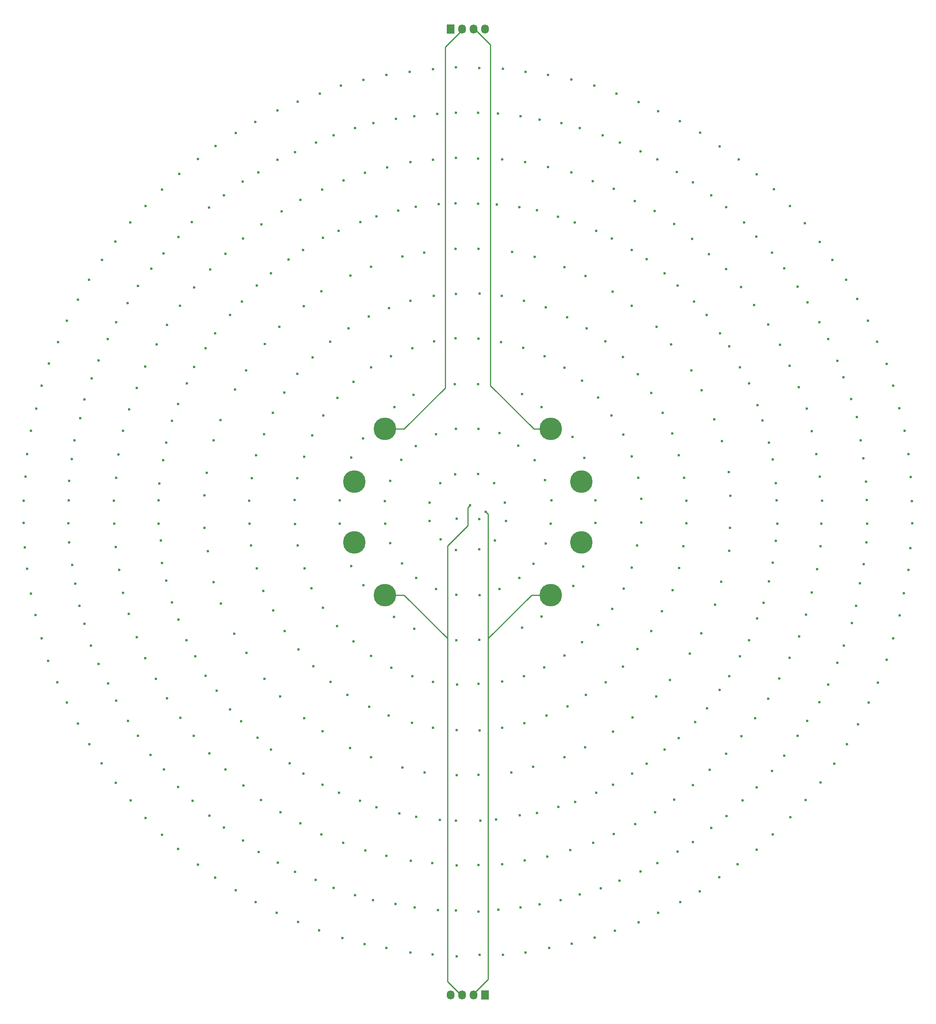
<source format=gbr>
G04 #@! TF.FileFunction,Copper,L4,Bot,Signal*
%FSLAX46Y46*%
G04 Gerber Fmt 4.6, Leading zero omitted, Abs format (unit mm)*
G04 Created by KiCad (PCBNEW 4.0.4-1.fc24-product) date Wed Jul  5 07:31:47 2017*
%MOMM*%
%LPD*%
G01*
G04 APERTURE LIST*
%ADD10C,0.100000*%
%ADD11C,5.000000*%
%ADD12R,1.727200X2.032000*%
%ADD13O,1.727200X2.032000*%
%ADD14C,0.600000*%
%ADD15C,0.250000*%
G04 APERTURE END LIST*
D10*
D11*
X318384776Y-181615224D03*
X325114071Y-193270705D03*
X325114071Y-206729295D03*
X318384776Y-218384776D03*
X281615224Y-218384776D03*
X274885929Y-206729295D03*
X274885929Y-193270705D03*
X281615224Y-181615224D03*
D12*
X296190000Y-93000000D03*
D13*
X298730000Y-93000000D03*
X301270000Y-93000000D03*
X303810000Y-93000000D03*
D12*
X303810000Y-307000000D03*
D13*
X301270000Y-307000000D03*
X298730000Y-307000000D03*
X296190000Y-307000000D03*
D14*
X221996000Y-207772000D03*
X232664000Y-257048000D03*
X223647000Y-217932000D03*
X369189000Y-162941000D03*
X242697000Y-132588000D03*
X363982000Y-274828000D03*
X371475000Y-267589000D03*
X348400000Y-197475000D03*
X346725000Y-187425000D03*
X290300000Y-142550000D03*
X278550000Y-145675000D03*
X267600000Y-151150000D03*
X258225000Y-159025000D03*
X250850000Y-168650000D03*
X254825000Y-182775000D03*
X245250000Y-179650000D03*
X242125000Y-191325000D03*
X252175000Y-192500000D03*
X241625000Y-203525000D03*
X251625000Y-202575000D03*
X253250000Y-212500000D03*
X243700000Y-215575000D03*
X256875000Y-221850000D03*
X248275000Y-226975000D03*
X262475000Y-230450000D03*
X254975000Y-236975000D03*
X263750000Y-245650000D03*
X269625000Y-237600000D03*
X273875000Y-252250000D03*
X278175000Y-243125000D03*
X287625000Y-246700000D03*
X285500000Y-256600000D03*
X297500000Y-258325000D03*
X297500000Y-248325000D03*
X307625000Y-247775000D03*
X309625000Y-257675000D03*
X321375000Y-254300000D03*
X317450000Y-245100000D03*
X332150000Y-248675000D03*
X326175000Y-240500000D03*
X341700000Y-240850000D03*
X334350000Y-234250000D03*
X340650000Y-226375000D03*
X345400000Y-217325000D03*
X347750000Y-207550000D03*
X349200000Y-231350000D03*
X316950000Y-234425000D03*
X307625000Y-237550000D03*
X297625000Y-238275000D03*
X287725000Y-236375000D03*
X278550000Y-231900000D03*
X271075000Y-225300000D03*
X265375000Y-216925000D03*
X274150000Y-212000000D03*
X283650000Y-223250000D03*
X297450000Y-228375000D03*
X312025000Y-225650000D03*
X325325000Y-228875000D03*
X323325000Y-216425000D03*
X331975000Y-221450000D03*
X336350000Y-212300000D03*
X338400000Y-202350000D03*
X328300000Y-202450000D03*
X262350000Y-207425000D03*
X271625000Y-197425000D03*
X261675000Y-197375000D03*
X276775000Y-183725000D03*
X287950000Y-174075000D03*
X325825000Y-188025000D03*
X337750000Y-192450000D03*
X343150000Y-178025000D03*
X337675000Y-169475000D03*
X330475000Y-162175000D03*
X322025000Y-156850000D03*
X312475000Y-153225000D03*
X292425000Y-152150000D03*
X282575000Y-154800000D03*
X273600000Y-159325000D03*
X265600000Y-165750000D03*
X259350000Y-173575000D03*
X263750000Y-187750000D03*
X267950000Y-178650000D03*
X274650000Y-171150000D03*
X282975000Y-165525000D03*
X292525000Y-162225000D03*
X334450000Y-182900000D03*
X328900000Y-174675000D03*
X321375000Y-168075000D03*
X312250000Y-163675000D03*
X316325000Y-176750000D03*
X311150000Y-185350000D03*
X317125000Y-192950000D03*
X318400000Y-202575000D03*
X314550000Y-211450000D03*
X307000000Y-217100000D03*
X297450000Y-218325000D03*
X288575000Y-214625000D03*
X282800000Y-206925000D03*
X281625000Y-197600000D03*
X285275000Y-188475000D03*
X292975000Y-182775000D03*
X308225000Y-197900000D03*
X305975000Y-206350000D03*
X297375000Y-208400000D03*
X291550000Y-202000000D03*
X293900000Y-193600000D03*
X281950000Y-103150000D03*
X293250000Y-111800000D03*
X271900000Y-105600000D03*
X262350000Y-109150000D03*
X292250000Y-122000000D03*
X293600000Y-131800000D03*
X284600000Y-133250000D03*
X284050000Y-112950000D03*
X282150000Y-123650000D03*
X275000000Y-115000000D03*
X266400000Y-118150000D03*
X252950000Y-113600000D03*
X244100000Y-118950000D03*
X276200000Y-135750000D03*
X272450000Y-126550000D03*
X257850000Y-122000000D03*
X267900000Y-139300000D03*
X262950000Y-130850000D03*
X250100000Y-126850000D03*
X236050000Y-125150000D03*
X228600000Y-132250000D03*
X254300000Y-136300000D03*
X246350000Y-142850000D03*
X260250000Y-144050000D03*
X253300000Y-149850000D03*
X239350000Y-150300000D03*
X235900000Y-139050000D03*
X229900000Y-146100000D03*
X221950000Y-140100000D03*
X216100000Y-148600000D03*
X247300000Y-156400000D03*
X241900000Y-163700000D03*
X233400000Y-158600000D03*
X228500000Y-167800000D03*
X224600000Y-153700000D03*
X220200000Y-161700000D03*
X211200000Y-157600000D03*
X207200000Y-167100000D03*
X237800000Y-171500000D03*
X204400000Y-177100000D03*
X216700000Y-170400000D03*
X214100000Y-179200000D03*
X225000000Y-177300000D03*
X234500000Y-179800000D03*
X232500000Y-188500000D03*
X222600000Y-187300000D03*
X212300000Y-188300000D03*
X202400000Y-187200000D03*
X231500000Y-197400000D03*
X232000000Y-206300000D03*
X221600000Y-197500000D03*
X201600000Y-197500000D03*
X211600000Y-197400000D03*
X211700000Y-206700000D03*
X201900000Y-207800000D03*
X213000000Y-215900000D03*
X203200000Y-218100000D03*
X205600000Y-228000000D03*
X215100000Y-224800000D03*
X233200000Y-215200000D03*
X235900000Y-223800000D03*
X226700000Y-227700000D03*
X218200000Y-233700000D03*
X209100000Y-237700000D03*
X213600000Y-246900000D03*
X222100000Y-241800000D03*
X230900000Y-237000000D03*
X239600000Y-232000000D03*
X244400000Y-239600000D03*
X218900000Y-255700000D03*
X225300000Y-263900000D03*
X226900000Y-249600000D03*
X236300000Y-245600000D03*
X242800000Y-253500000D03*
X249800000Y-246400000D03*
X256400000Y-252600000D03*
X239000000Y-264000000D03*
X232300000Y-271500000D03*
X263600000Y-258000000D03*
X250300000Y-260600000D03*
X246000000Y-269900000D03*
X240200000Y-278100000D03*
X248600000Y-283800000D03*
X271500000Y-262200000D03*
X279800000Y-265400000D03*
X288600000Y-267500000D03*
X297400000Y-268400000D03*
X306300000Y-268100000D03*
X315300000Y-266700000D03*
X323800000Y-264200000D03*
X267600000Y-271400000D03*
X258500000Y-266500000D03*
X253700000Y-275300000D03*
X261700000Y-279700000D03*
X257700000Y-288800000D03*
X267100000Y-292700000D03*
X270300000Y-283300000D03*
X277300000Y-275000000D03*
X279000000Y-286000000D03*
X277100000Y-295700000D03*
X287300000Y-297600000D03*
X288200000Y-287600000D03*
X287400000Y-277300000D03*
X297500000Y-278300000D03*
X297400000Y-288300000D03*
X306800000Y-288100000D03*
X315900000Y-286900000D03*
X318000000Y-296600000D03*
X328100000Y-294300000D03*
X307600000Y-278000000D03*
X317600000Y-276300000D03*
X324800000Y-284700000D03*
X337800000Y-290900000D03*
X333600000Y-281700000D03*
X327800000Y-273300000D03*
X337100000Y-269100000D03*
X342000000Y-277800000D03*
X347100000Y-286400000D03*
X355700000Y-280900000D03*
X349900000Y-273100000D03*
X345700000Y-263700000D03*
X332200000Y-260400000D03*
X339600000Y-255800000D03*
X346700000Y-250100000D03*
X357300000Y-267400000D03*
X353600000Y-257100000D03*
X364000000Y-261000000D03*
X370100000Y-254000000D03*
X378100000Y-259900000D03*
X384000000Y-251400000D03*
X388800000Y-242200000D03*
X375200000Y-246300000D03*
X366500000Y-241400000D03*
X360600000Y-249700000D03*
X353000000Y-243500000D03*
X357900000Y-236400000D03*
X371300000Y-232300000D03*
X379800000Y-238200000D03*
X383300000Y-229600000D03*
X392800000Y-232700000D03*
X395700000Y-222900000D03*
X386000000Y-220800000D03*
X374900000Y-222700000D03*
X362300000Y-228400000D03*
X354800000Y-220500000D03*
X357900000Y-208600000D03*
X358200000Y-196400000D03*
X365500000Y-220100000D03*
X367600000Y-211200000D03*
X368600000Y-202600000D03*
X377400000Y-212700000D03*
X378300000Y-202600000D03*
X387700000Y-211600000D03*
X388500000Y-202600000D03*
X397600000Y-212800000D03*
X398500000Y-202500000D03*
X356300000Y-184300000D03*
X351800000Y-173000000D03*
X345000000Y-162900000D03*
X368200000Y-193600000D03*
X366700000Y-184600000D03*
X364200000Y-176300000D03*
X378000000Y-192200000D03*
X376200000Y-182100000D03*
X373300000Y-172400000D03*
X398100000Y-192300000D03*
X388200000Y-193300000D03*
X396800000Y-182000000D03*
X387000000Y-184100000D03*
X394200000Y-172000000D03*
X384900000Y-175000000D03*
X390700000Y-162300000D03*
X360300000Y-168000000D03*
X381900000Y-166500000D03*
X386300000Y-152800000D03*
X377900000Y-158000000D03*
X363400000Y-154200000D03*
X355900000Y-160400000D03*
X350100000Y-153400000D03*
X357200000Y-146200000D03*
X373100000Y-150100000D03*
X380800000Y-144200000D03*
X374700000Y-136000000D03*
X367400000Y-142600000D03*
X361200000Y-135900000D03*
X353900000Y-129900000D03*
X346300000Y-124700000D03*
X367800000Y-128500000D03*
X360000000Y-121900000D03*
X343600000Y-147100000D03*
X336300000Y-154300000D03*
X336300000Y-142000000D03*
X326100000Y-147700000D03*
X314800000Y-143500000D03*
X328400000Y-137700000D03*
X320000000Y-134600000D03*
X311400000Y-132500000D03*
X349700000Y-139500000D03*
X341400000Y-133300000D03*
X332300000Y-128400000D03*
X322900000Y-124800000D03*
X312700000Y-122500000D03*
X351500000Y-116000000D03*
X338300000Y-120100000D03*
X329900000Y-116600000D03*
X320700000Y-113900000D03*
X311700000Y-112300000D03*
X342200000Y-111200000D03*
X332900000Y-107300000D03*
X322900000Y-104200000D03*
X312800000Y-102500000D03*
X302300000Y-191600000D03*
X302400000Y-181600000D03*
X302300000Y-171700000D03*
X302400000Y-161600000D03*
X302594787Y-151599858D03*
X302400000Y-141700000D03*
X302300000Y-131700000D03*
X302300000Y-121700000D03*
X302300000Y-111600000D03*
X302500000Y-101700000D03*
X292300000Y-101900000D03*
X307800000Y-298100000D03*
X296190000Y-307000000D03*
X297500000Y-298400000D03*
X302500000Y-201600000D03*
X236220000Y-154305000D03*
X249936000Y-153416000D03*
X283700000Y-176800000D03*
X325600000Y-212100000D03*
X302600000Y-218400000D03*
X311400000Y-214600000D03*
X317300000Y-207000000D03*
X318500000Y-197400000D03*
X314800000Y-188500000D03*
X307000000Y-182500000D03*
X293000000Y-217100000D03*
X285400000Y-211400000D03*
X281700000Y-202600000D03*
X282800000Y-193100000D03*
X288500000Y-185400000D03*
X294000000Y-206100000D03*
X302500000Y-208300000D03*
X308500000Y-202000000D03*
X305800000Y-193600000D03*
X291500000Y-197900000D03*
X297200000Y-191700000D03*
X297400000Y-181600000D03*
X297100000Y-171700000D03*
X297300000Y-161500000D03*
X287300000Y-122500000D03*
X288100000Y-112300000D03*
X277200000Y-124900000D03*
X279100000Y-113900000D03*
X270300000Y-116600000D03*
X267700000Y-128600000D03*
X261700000Y-120300000D03*
X253600000Y-124800000D03*
X246000000Y-129900000D03*
X288500000Y-132400000D03*
X287300000Y-153200000D03*
X285500000Y-143400000D03*
X274000000Y-147600000D03*
X279800000Y-134500000D03*
X271400000Y-137700000D03*
X263500000Y-142000000D03*
X263700000Y-154400000D03*
X256400000Y-147100000D03*
X258800000Y-133400000D03*
X250200000Y-139400000D03*
X242900000Y-146300000D03*
X238900000Y-135800000D03*
X232600000Y-142700000D03*
X226900000Y-149900000D03*
X244000000Y-160400000D03*
X255000000Y-162800000D03*
X222100000Y-158000000D03*
X218200000Y-166400000D03*
X215100000Y-175100000D03*
X231100000Y-162900000D03*
X226700000Y-172500000D03*
X239400000Y-167900000D03*
X235800000Y-176100000D03*
X248400000Y-172900000D03*
X287700000Y-163700000D03*
X278100000Y-156700000D03*
X269500000Y-162300000D03*
X278600000Y-168000000D03*
X271100000Y-174700000D03*
X262200000Y-169400000D03*
X256800000Y-178000000D03*
X265500000Y-183000000D03*
X253100000Y-187400000D03*
X233200000Y-184600000D03*
X243700000Y-184100000D03*
X251600000Y-197500000D03*
X241700000Y-196300000D03*
X231700000Y-193700000D03*
X223600000Y-182000000D03*
X222100000Y-192400000D03*
X212900000Y-184100000D03*
X211700000Y-193100000D03*
X221700000Y-202600000D03*
X231500000Y-202600000D03*
X242400000Y-208700000D03*
X232300000Y-211300000D03*
X222800000Y-212800000D03*
X211500000Y-202500000D03*
X212400000Y-211700000D03*
X245300000Y-220300000D03*
X251000000Y-231200000D03*
X234500000Y-220000000D03*
X237700000Y-228400000D03*
X241900000Y-236300000D03*
X214000000Y-220800000D03*
X224900000Y-222600000D03*
X216500000Y-229600000D03*
X228500000Y-232400000D03*
X220300000Y-238000000D03*
X233400000Y-241300000D03*
X224700000Y-246300000D03*
X229700000Y-253800000D03*
X239300000Y-249600000D03*
X235800000Y-260900000D03*
X246300000Y-257000000D03*
X242800000Y-267300000D03*
X250200000Y-272800000D03*
X254200000Y-263800000D03*
X262900000Y-269000000D03*
X257900000Y-277700000D03*
X274200000Y-187900000D03*
X262200000Y-192500000D03*
X271600000Y-202600000D03*
X261700000Y-202700000D03*
X252000000Y-207400000D03*
X254700000Y-217500000D03*
X263800000Y-212500000D03*
X276900000Y-216200000D03*
X259400000Y-226400000D03*
X267900000Y-221200000D03*
X247300000Y-243700000D03*
X258400000Y-240900000D03*
X253400000Y-250000000D03*
X260500000Y-255700000D03*
X267800000Y-248600000D03*
X265800000Y-234200000D03*
X288100000Y-225900000D03*
X274700000Y-228700000D03*
X273300000Y-240500000D03*
X282500000Y-245100000D03*
X283100000Y-234500000D03*
X292300000Y-237600000D03*
X292300000Y-247800000D03*
X302600000Y-248400000D03*
X302400000Y-238100000D03*
X302500000Y-228300000D03*
X316300000Y-223200000D03*
X312400000Y-236400000D03*
X312500000Y-246800000D03*
X322100000Y-243100000D03*
X321400000Y-231800000D03*
X330600000Y-237700000D03*
X266300000Y-281500000D03*
X272400000Y-273300000D03*
X278600000Y-254300000D03*
X267800000Y-260400000D03*
X276100000Y-264000000D03*
X290400000Y-257700000D03*
X284800000Y-266800000D03*
X293800000Y-268200000D03*
X302800000Y-268400000D03*
X275000000Y-284900000D03*
X282000000Y-276200000D03*
X284000000Y-286800000D03*
X292100000Y-277800000D03*
X293400000Y-288200000D03*
X302600000Y-298100000D03*
X302400000Y-258200000D03*
X314500000Y-256400000D03*
X311500000Y-267200000D03*
X320100000Y-265300000D03*
X302400000Y-288500000D03*
X302400000Y-278200000D03*
X312600000Y-277200000D03*
X322700000Y-274900000D03*
X332300000Y-271300000D03*
X311700000Y-287600000D03*
X320600000Y-286000000D03*
X329500000Y-283400000D03*
X338300000Y-279600000D03*
X326000000Y-252100000D03*
X328400000Y-262200000D03*
X336400000Y-258000000D03*
X341500000Y-266500000D03*
X346500000Y-275200000D03*
X353900000Y-270000000D03*
X349900000Y-260500000D03*
X336500000Y-245500000D03*
X343600000Y-252600000D03*
X350400000Y-246500000D03*
X360900000Y-263900000D03*
X357200000Y-253600000D03*
X367400000Y-257400000D03*
X373100000Y-249600000D03*
X363700000Y-245700000D03*
X355800000Y-239400000D03*
X344800000Y-237200000D03*
X328900000Y-225000000D03*
X337600000Y-230400000D03*
X343000000Y-222000000D03*
X351700000Y-226900000D03*
X360300000Y-232000000D03*
X364100000Y-223600000D03*
X369000000Y-236900000D03*
X377900000Y-242100000D03*
X381900000Y-233400000D03*
X373400000Y-227600000D03*
X385100000Y-224600000D03*
X376200000Y-217800000D03*
X386900000Y-215800000D03*
X378100000Y-207600000D03*
X388300000Y-206700000D03*
X378500000Y-197500000D03*
X388400000Y-197300000D03*
X386200000Y-179000000D03*
X387600000Y-188100000D03*
X356100000Y-215500000D03*
X366700000Y-215400000D03*
X368200000Y-206400000D03*
X368400000Y-197400000D03*
X358100000Y-203500000D03*
X346800000Y-212400000D03*
X334500000Y-217000000D03*
X337500000Y-207400000D03*
X348400000Y-202500000D03*
X338400000Y-197100000D03*
X328300000Y-197400000D03*
X323200000Y-183400000D03*
X312000000Y-173900000D03*
X336300000Y-187700000D03*
X357800000Y-191200000D03*
X347900000Y-192400000D03*
X377200000Y-187200000D03*
X367600000Y-188400000D03*
X365300000Y-179700000D03*
X375100000Y-177100000D03*
X354600000Y-179500000D03*
X345300000Y-182600000D03*
X331800000Y-178600000D03*
X340600000Y-173600000D03*
X297400000Y-151700000D03*
X297300000Y-141700000D03*
X297300000Y-131600000D03*
X334400000Y-165700000D03*
X325300000Y-170900000D03*
X326300000Y-159300000D03*
X317000000Y-165500000D03*
X317300000Y-154700000D03*
X307400000Y-162400000D03*
X307500000Y-152100000D03*
X362300000Y-171500000D03*
X383200000Y-170200000D03*
X371300000Y-167600000D03*
X379800000Y-161700000D03*
X366500000Y-158500000D03*
X375300000Y-153600000D03*
X357900000Y-163300000D03*
X349500000Y-168600000D03*
X352900000Y-156400000D03*
X341800000Y-159000000D03*
X346500000Y-149800000D03*
X370100000Y-146000000D03*
X360500000Y-150200000D03*
X363900000Y-139000000D03*
X353400000Y-142900000D03*
X357200000Y-132500000D03*
X345700000Y-136200000D03*
X349900000Y-127000000D03*
X337000000Y-131100000D03*
X342000000Y-121900000D03*
X339600000Y-144000000D03*
X332100000Y-151200000D03*
X331900000Y-139400000D03*
X321400000Y-145800000D03*
X323700000Y-135900000D03*
X315300000Y-133200000D03*
X309800000Y-142400000D03*
X306400000Y-131900000D03*
X297400000Y-121600000D03*
X297400000Y-111600000D03*
X297400000Y-101500000D03*
X327700000Y-126700000D03*
X317800000Y-123600000D03*
X307600000Y-121900000D03*
X333700000Y-118200000D03*
X324800000Y-115000000D03*
X315900000Y-113100000D03*
X306700000Y-111700000D03*
X287100000Y-102500000D03*
X276900000Y-104300000D03*
X267200000Y-107300000D03*
X257800000Y-111100000D03*
X248600000Y-116100000D03*
X240200000Y-121800000D03*
X232300000Y-128600000D03*
X225200000Y-135900000D03*
X219000000Y-144200000D03*
X213600000Y-153000000D03*
X209200000Y-162400000D03*
X205600000Y-172000000D03*
X203200000Y-182000000D03*
X202000000Y-192200000D03*
X201600000Y-202400000D03*
X202400000Y-212600000D03*
X204200000Y-222800000D03*
X207000000Y-233000000D03*
X211200000Y-242200000D03*
X216200000Y-251400000D03*
X222000000Y-260000000D03*
X228600000Y-267800000D03*
X235800000Y-274600000D03*
X244000000Y-281000000D03*
X253000000Y-286400000D03*
X262400000Y-290800000D03*
X272200000Y-294400000D03*
X282000000Y-296600000D03*
X292200000Y-298000000D03*
X312800000Y-297600000D03*
X323000000Y-295600000D03*
X332600000Y-292800000D03*
X342200000Y-288800000D03*
X351400000Y-284000000D03*
X359800000Y-278000000D03*
X367600000Y-271400000D03*
X374800000Y-263800000D03*
X381200000Y-255800000D03*
X386400000Y-247000000D03*
X390800000Y-237800000D03*
X394200000Y-228000000D03*
X396600000Y-218000000D03*
X398000000Y-208000000D03*
X398400000Y-197600000D03*
X397600000Y-187200000D03*
X395600000Y-177000000D03*
X392800000Y-167200000D03*
X388600000Y-157600000D03*
X383800000Y-148600000D03*
X378000000Y-140200000D03*
X371400000Y-132200000D03*
X364000000Y-125200000D03*
X355800000Y-119000000D03*
X347000000Y-113400000D03*
X337800000Y-109200000D03*
X328000000Y-105600000D03*
X317800000Y-103200000D03*
X307800000Y-101800000D03*
X297500000Y-201500000D03*
X304000000Y-200000000D03*
X300500000Y-198500000D03*
D15*
X298730000Y-93000000D02*
X298730000Y-93270000D01*
X298730000Y-93270000D02*
X295000000Y-97000000D01*
X285884776Y-181615224D02*
X281615224Y-181615224D01*
X295000000Y-172500000D02*
X285884776Y-181615224D01*
X295000000Y-97000000D02*
X295000000Y-172500000D01*
X301270000Y-93000000D02*
X301500000Y-93000000D01*
X301500000Y-93000000D02*
X305000000Y-96500000D01*
X314615224Y-181615224D02*
X318384776Y-181615224D01*
X305000000Y-172000000D02*
X314615224Y-181615224D01*
X305000000Y-96500000D02*
X305000000Y-172000000D01*
X304500000Y-228000000D02*
X304500000Y-200500000D01*
X304500000Y-200500000D02*
X304000000Y-200000000D01*
X301270000Y-307000000D02*
X301270000Y-306730000D01*
X301270000Y-306730000D02*
X304500000Y-303500000D01*
X314115224Y-218384776D02*
X318384776Y-218384776D01*
X304500000Y-228000000D02*
X314115224Y-218384776D01*
X304500000Y-303500000D02*
X304500000Y-228000000D01*
X301270000Y-307000000D02*
X301270000Y-306520000D01*
X301270000Y-307000000D02*
X301250000Y-307000000D01*
X295500000Y-228000000D02*
X295500000Y-207500000D01*
X300000000Y-199000000D02*
X300500000Y-198500000D01*
X300000000Y-203000000D02*
X300000000Y-199000000D01*
X295500000Y-207500000D02*
X300000000Y-203000000D01*
X298730000Y-307000000D02*
X298500000Y-307000000D01*
X298500000Y-307000000D02*
X295500000Y-304000000D01*
X285884776Y-218384776D02*
X281615224Y-218384776D01*
X295500000Y-228000000D02*
X285884776Y-218384776D01*
X295500000Y-304000000D02*
X295500000Y-228000000D01*
X299250000Y-306480000D02*
X298730000Y-307000000D01*
X298730000Y-307000000D02*
X298750000Y-307000000D01*
M02*

</source>
